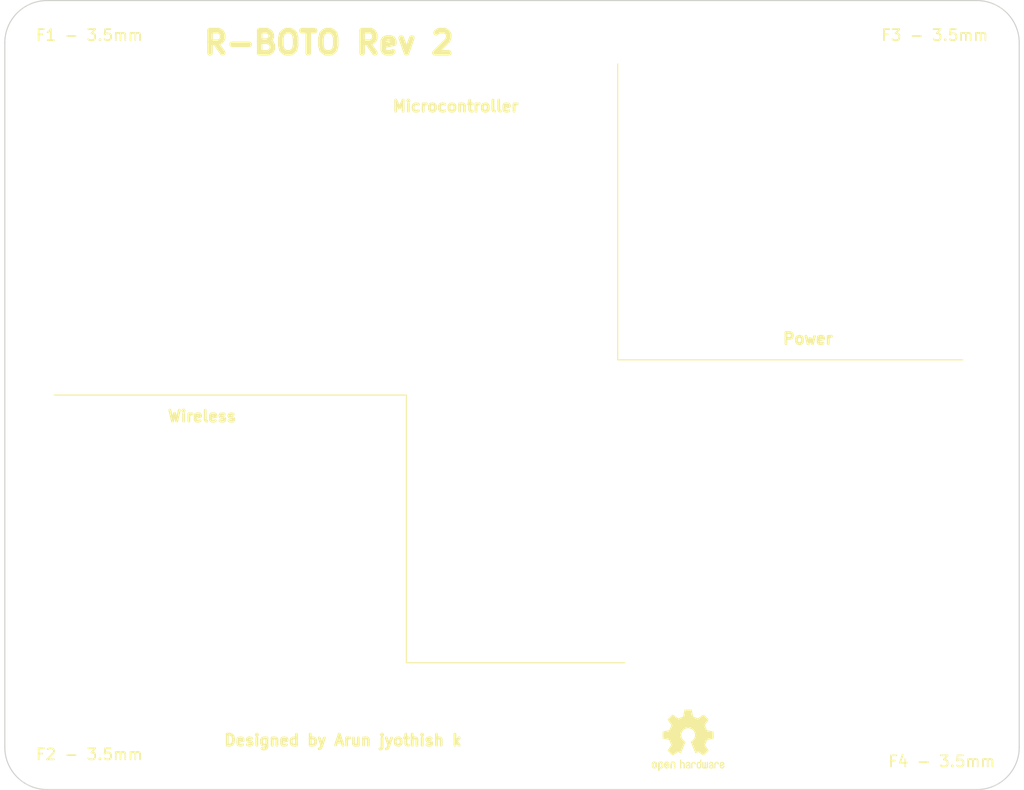
<source format=kicad_pcb>
(kicad_pcb (version 20211014) (generator pcbnew)
  (layers (0 "F.Cu" signal) (31 "B.Cu" signal) (34 "B.Paste" user) (35 "F.Paste" user) (36 "B.SilkS" user "B.Silkscreen") (37 "F.SilkS" user "F.Silkscreen") (38 "B.Mask" user) (39 "F.Mask" user) (44 "Edge.Cuts" user))
  (net 0 "")
  (footprint "Symbol:OSHW-Logo2_7.3x6mm_SilkScreen" (layer "F.Cu") (at 178.435 118.745)
    (fp_text reference "REF**" hide)
    (fp_text value "OSHW-Logo2_7.3x6mm_SilkScreen" hide)
    (fp_poly (pts (xy -2.400256 1.919918) (xy -2.344799 1.947568) (xy -2.295852 1.99848) (xy -2.282371 2.017338) (xy -2.267686 2.042015) (xy -2.258158 2.068816) (xy -2.252707 2.104587) (xy -2.250253 2.156169) (xy -2.249714 2.224267) (xy -2.252148 2.317588) (xy -2.260606 2.387657) (xy -2.276826 2.439931) (xy -2.302546 2.479869) (xy -2.339503 2.512929) (xy -2.342218 2.514886) (xy -2.37864 2.534908) (xy -2.422498 2.544815) (xy -2.478276 2.547257) (xy -2.568952 2.547257) (xy -2.56899 2.635283) (xy -2.569834 2.684308) (xy -2.574976 2.713065) (xy -2.588413 2.730311) (xy -2.614142 2.744808) (xy -2.620321 2.747769) (xy -2.649236 2.761648) (xy -2.671624 2.770414) (xy -2.688271 2.771171) (xy -2.699964 2.761023) (xy -2.70749 2.737073) (xy -2.711634 2.696426) (xy -2.713185 2.636186) (xy -2.712929 2.553455) (xy -2.711651 2.445339) (xy -2.711252 2.413) (xy -2.709815 2.301524) (xy -2.708528 2.228603) (xy -2.569029 2.228603) (xy -2.568245 2.290499) (xy -2.56476 2.330997) (xy -2.556876 2.357708) (xy -2.542895 2.378244) (xy -2.533403 2.38826) (xy -2.494596 2.417567) (xy -2.460237 2.419952) (xy -2.424784 2.39575) (xy -2.423886 2.394857) (xy -2.409461 2.376153) (xy -2.400687 2.350732) (xy -2.396261 2.311584) (xy -2.394882 2.251697) (xy -2.394857 2.23843) (xy -2.398188 2.155901) (xy -2.409031 2.098691) (xy -2.42866 2.063766) (xy -2.45835 2.048094) (xy -2.475509 2.046514) (xy -2.516234 2.053926) (xy -2.544168 2.07833) (xy -2.560983 2.12298) (xy -2.56835 2.19113) (xy -2.569029 2.228603) (xy -2.708528 2.228603) (xy -2.708292 2.215245) (xy -2.706323 2.150333) (xy -2.70355 2.102958) (xy -2.699612 2.06929) (xy -2.694151 2.045498) (xy -2.686808 2.027753) (xy -2.677223 2.012224) (xy -2.673113 2.006381) (xy -2.618595 1.951185) (xy -2.549664 1.91989) (xy -2.469928 1.911165) (xy -2.400256 1.919918)) (layer "F.SilkS") (width 0.01) (fill solid))
    (fp_poly (pts (xy -1.831697 1.931239) (xy -1.774473 1.969735) (xy -1.730251 2.025335) (xy -1.703833 2.096086) (xy -1.69849 2.148162) (xy -1.699097 2.169893) (xy -1.704178 2.186531) (xy -1.718145 2.201437) (xy -1.745411 2.217973) (xy -1.790388 2.239498) (xy -1.857489 2.269374) (xy -1.857829 2.269524) (xy -1.919593 2.297813) (xy -1.970241 2.322933) (xy -2.004596 2.342179) (xy -2.017482 2.352848) (xy -2.017486 2.352934) (xy -2.006128 2.376166) (xy -1.979569 2.401774) (xy -1.949077 2.420221) (xy -1.93363 2.423886) (xy -1.891485 2.411212) (xy -1.855192 2.379471) (xy -1.837483 2.344572) (xy -1.820448 2.318845) (xy -1.787078 2.289546) (xy -1.747851 2.264235) (xy -1.713244 2.250471) (xy -1.706007 2.249714) (xy -1.697861 2.26216) (xy -1.69737 2.293972) (xy -1.703357 2.336866) (xy -1.714643 2.382558) (xy -1.73005 2.422761) (xy -1.730829 2.424322) (xy -1.777196 2.489062) (xy -1.837289 2.533097) (xy -1.905535 2.554711) (xy -1.976362 2.552185) (xy -2.044196 2.523804) (xy -2.047212 2.521808) (xy -2.100573 2.473448) (xy -2.13566 2.410352) (xy -2.155078 2.327387) (xy -2.157684 2.304078) (xy -2.162299 2.194055) (xy -2.156767 2.142748) (xy -2.017486 2.142748) (xy -2.015676 2.174753) (xy -2.005778 2.184093) (xy -1.981102 2.177105) (xy -1.942205 2.160587) (xy -1.898725 2.139881) (xy -1.897644 2.139333) (xy -1.860791 2.119949) (xy -1.846 2.107013) (xy -1.849647 2.093451) (xy -1.865005 2.075632) (xy -1.904077 2.049845) (xy -1.946154 2.04795) (xy -1.983897 2.066717) (xy -2.009966 2.102915) (xy -2.017486 2.142748) (xy -2.156767 2.142748) (xy -2.152806 2.106027) (xy -2.12845 2.036212) (xy -2.094544 1.987302) (xy -2.033347 1.937878) (xy -1.965937 1.913359) (xy -1.89712 1.911797) (xy -1.831697 1.931239)) (layer "F.SilkS") (width 0.01) (fill solid))
    (fp_poly (pts (xy 0.039744 1.950968) (xy 0.096616 1.972087) (xy 0.097267 1.972493) (xy 0.13244 1.99838) (xy 0.158407 2.028633) (xy 0.17667 2.068058) (xy 0.188732 2.121462) (xy 0.196096 2.193651) (xy 0.200264 2.289432) (xy 0.200629 2.303078) (xy 0.205876 2.508842) (xy 0.161716 2.531678) (xy 0.129763 2.54711) (xy 0.11047 2.554423) (xy 0.109578 2.554514) (xy 0.106239 2.541022) (xy 0.103587 2.504626) (xy 0.101956 2.451452) (xy 0.1016 2.408393) (xy 0.101592 2.338641) (xy 0.098403 2.294837) (xy 0.087288 2.273944) (xy 0.063501 2.272925) (xy 0.022296 2.288741) (xy -0.039914 2.317815) (xy -0.085659 2.341963) (xy -0.109187 2.362913) (xy -0.116104 2.385747) (xy -0.116114 2.386877) (xy -0.104701 2.426212) (xy -0.070908 2.447462) (xy -0.019191 2.450539) (xy 0.018061 2.450006) (xy 0.037703 2.460735) (xy 0.049952 2.486505) (xy 0.057002 2.519337) (xy 0.046842 2.537966) (xy 0.043017 2.540632) (xy 0.007001 2.55134) (xy -0.043434 2.552856) (xy -0.095374 2.545759) (xy -0.132178 2.532788) (xy -0.183062 2.489585) (xy -0.211986 2.429446) (xy -0.217714 2.382462) (xy -0.213343 2.340082) (xy -0.197525 2.305488) (xy -0.166203 2.274763) (xy -0.115322 2.24399) (xy -0.040824 2.209252) (xy -0.036286 2.207288) (xy 0.030821 2.176287) (xy 0.072232 2.150862) (xy 0.089981 2.128014) (xy 0.086107 2.104745) (xy 0.062643 2.078056) (xy 0.055627 2.071914) (xy 0.00863 2.0481) (xy -0.040067 2.049103) (xy -0.082478 2.072451) (xy -0.110616 2.115675) (xy -0.113231 2.12416) (xy -0.138692 2.165308) (xy -0.170999 2.185128) (xy -0.217714 2.20477) (xy -0.217714 2.15395) (xy -0.203504 2.080082) (xy -0.161325 2.012327) (xy -0.139376 1.989661) (xy -0.089483 1.960569) (xy -0.026033 1.9474) (xy 0.039744 1.950968)) (layer "F.SilkS") (width 0.01) (fill solid))
    (fp_poly (pts (xy 1.779833 1.958663) (xy 1.782048 1.99685) (xy 1.783784 2.054886) (xy 1.784899 2.12818) (xy 1.785257 2.205055) (xy 1.785257 2.465196) (xy 1.739326 2.511127) (xy 1.707675 2.539429) (xy 1.67989 2.550893) (xy 1.641915 2.550168) (xy 1.62684 2.548321) (xy 1.579726 2.542948) (xy 1.540756 2.539869) (xy 1.531257 2.539585) (xy 1.499233 2.541445) (xy 1.453432 2.546114) (xy 1.435674 2.548321) (xy 1.392057 2.551735) (xy 1.362745 2.54432) (xy 1.33368 2.521427) (xy 1.323188 2.511127) (xy 1.277257 2.465196) (xy 1.277257 1.978602) (xy 1.314226 1.961758) (xy 1.346059 1.949282) (xy 1.364683 1.944914) (xy 1.369458 1.958718) (xy 1.373921 1.997286) (xy 1.377775 2.056356) (xy 1.380722 2.131663) (xy 1.382143 2.195286) (xy 1.386114 2.445657) (xy 1.420759 2.450556) (xy 1.452268 2.447131) (xy 1.467708 2.436041) (xy 1.472023 2.415308) (xy 1.475708 2.371145) (xy 1.478469 2.309146) (xy 1.480012 2.234909) (xy 1.480235 2.196706) (xy 1.480457 1.976783) (xy 1.526166 1.960849) (xy 1.558518 1.950015) (xy 1.576115 1.944962) (xy 1.576623 1.944914) (xy 1.578388 1.958648) (xy 1.580329 1.99673) (xy 1.582282 2.054482) (xy 1.584084 2.127227) (xy 1.585343 2.195286) (xy 1.589314 2.445657) (xy 1.6764 2.445657) (xy 1.680396 2.21724) (xy 1.684392 1.988822) (xy 1.726847 1.966868) (xy 1.758192 1.951793) (xy 1.776744 1.944951) (xy 1.777279 1.944914) (xy 1.779833 1.958663)) (layer "F.SilkS") (width 0.01) (fill solid))
    (fp_poly (pts (xy 3.153595 1.966966) (xy 3.211021 2.004497) (xy 3.238719 2.038096) (xy 3.260662 2.099064) (xy 3.262405 2.147308) (xy 3.258457 2.211816) (xy 3.109686 2.276934) (xy 3.037349 2.310202) (xy 2.990084 2.336964) (xy 2.965507 2.360144) (xy 2.961237 2.382667) (xy 2.974889 2.407455) (xy 2.989943 2.423886) (xy 3.033746 2.450235) (xy 3.081389 2.452081) (xy 3.125145 2.431546) (xy 3.157289 2.390752) (xy 3.163038 2.376347) (xy 3.190576 2.331356) (xy 3.222258 2.312182) (xy 3.265714 2.295779) (xy 3.265714 2.357966) (xy 3.261872 2.400283) (xy 3.246823 2.435969) (xy 3.21528 2.476943) (xy 3.210592 2.482267) (xy 3.175506 2.51872) (xy 3.145347 2.538283) (xy 3.107615 2.547283) (xy 3.076335 2.55023) (xy 3.020385 2.550965) (xy 2.980555 2.54166) (xy 2.955708 2.527846) (xy 2.916656 2.497467) (xy 2.889625 2.464613) (xy 2.872517 2.423294) (xy 2.863238 2.367521) (xy 2.859693 2.291305) (xy 2.85941 2.252622) (xy 2.860372 2.206247) (xy 2.948007 2.206247) (xy 2.949023 2.231126) (xy 2.951556 2.2352) (xy 2.968274 2.229665) (xy 3.004249 2.215017) (xy 3.052331 2.19419) (xy 3.062386 2.189714) (xy 3.123152 2.158814) (xy 3.156632 2.131657) (xy 3.16399 2.10622) (xy 3.146391 2.080481) (xy 3.131856 2.069109) (xy 3.07941 2.046364) (xy 3.030322 2.050122) (xy 2.989227 2.077884) (xy 2.960758 2.127152) (xy 2.951631 2.166257) (xy 2.948007 2.206247) (xy 2.860372 2.206247) (xy 2.861285 2.162249) (xy 2.868196 2.095384) (xy 2.881884 2.046695) (xy 2.904096 2.010849) (xy 2.936574 1.982513) (xy 2.950733 1.973355) (xy 3.015053 1.949507) (xy 3.085473 1.948006) (xy 3.153595 1.966966)) (layer "F.SilkS") (width 0.01) (fill solid))
    (fp_poly (pts (xy -0.624114 1.851289) (xy -0.619861 1.910613) (xy -0.614975 1.945572) (xy -0.608205 1.96082) (xy -0.598298 1.961015) (xy -0.595086 1.959195) (xy -0.552356 1.946015) (xy -0.496773 1.946785) (xy -0.440263 1.960333) (xy -0.404918 1.977861) (xy -0.368679 2.005861) (xy -0.342187 2.037549) (xy -0.324001 2.077813) (xy -0.312678 2.131543) (xy -0.306778 2.203626) (xy -0.304857 2.298951) (xy -0.304823 2.317237) (xy -0.3048 2.522646) (xy -0.350509 2.53858) (xy -0.382973 2.54942) (xy -0.400785 2.554468) (xy -0.401309 2.554514) (xy -0.403063 2.540828) (xy -0.404556 2.503076) (xy -0.405674 2.446224) (xy -0.406303 2.375234) (xy -0.4064 2.332073) (xy -0.406602 2.246973) (xy -0.407642 2.185981) (xy -0.410169 2.144177) (xy -0.414836 2.116642) (xy -0.422293 2.098456) (xy -0.433189 2.084698) (xy -0.439993 2.078073) (xy -0.486728 2.051375) (xy -0.537728 2.049375) (xy -0.583999 2.071955) (xy -0.592556 2.080107) (xy -0.605107 2.095436) (xy -0.613812 2.113618) (xy -0.619369 2.139909) (xy -0.622474 2.179562) (xy -0.623824 2.237832) (xy -0.624114 2.318173) (xy -0.624114 2.522646) (xy -0.669823 2.53858) (xy -0.702287 2.54942) (xy -0.720099 2.554468) (xy -0.720623 2.554514) (xy -0.721963 2.540623) (xy -0.723172 2.501439) (xy -0.724199 2.4407) (xy -0.724998 2.362141) (xy -0.725519 2.269498) (xy -0.725714 2.166509) (xy -0.725714 1.769342) (xy -0.678543 1.749444) (xy -0.631371 1.729547) (xy -0.624114 1.851289)) (layer "F.SilkS") (width 0.01) (fill solid))
    (fp_poly (pts (xy 2.144876 1.956335) (xy 2.186667 1.975344) (xy 2.219469 1.998378) (xy 2.243503 2.024133) (xy 2.260097 2.057358) (xy 2.270577 2.1028) (xy 2.276271 2.165207) (xy 2.278507 2.249327) (xy 2.278743 2.304721) (xy 2.278743 2.520826) (xy 2.241774 2.53767) (xy 2.212656 2.549981) (xy 2.198231 2.554514) (xy 2.195472 2.541025) (xy 2.193282 2.504653) (xy 2.191942 2.451542) (xy 2.191657 2.409372) (xy 2.190434 2.348447) (xy 2.187136 2.300115) (xy 2.182321 2.270518) (xy 2.178496 2.264229) (xy 2.152783 2.270652) (xy 2.112418 2.287125) (xy 2.065679 2.309458) (xy 2.020845 2.333457) (xy 1.986193 2.35493) (xy 1.970002 2.369685) (xy 1.969938 2.369845) (xy 1.97133 2.397152) (xy 1.983818 2.423219) (xy 2.005743 2.444392) (xy 2.037743 2.451474) (xy 2.065092 2.450649) (xy 2.103826 2.450042) (xy 2.124158 2.459116) (xy 2.136369 2.483092) (xy 2.137909 2.487613) (xy 2.143203 2.521806) (xy 2.129047 2.542568) (xy 2.092148 2.552462) (xy 2.052289 2.554292) (xy 1.980562 2.540727) (xy 1.943432 2.521355) (xy 1.897576 2.475845) (xy 1.873256 2.419983) (xy 1.871073 2.360957) (xy 1.891629 2.305953) (xy 1.922549 2.271486) (xy 1.95342 2.252189) (xy 2.001942 2.227759) (xy 2.058485 2.202985) (xy 2.06791 2.199199) (xy 2.130019 2.171791) (xy 2.165822 2.147634) (xy 2.177337 2.123619) (xy 2.16658 2.096635) (xy 2.148114 2.075543) (xy 2.104469 2.049572) (xy 2.056446 2.047624) (xy 2.012406 2.067637) (xy 1.980709 2.107551) (xy 1.976549 2.117848) (xy 1.952327 2.155724) (xy 1.916965 2.183842) (xy 1.872343 2.206917) (xy 1.872343 2.141485) (xy 1.874969 2.101506) (xy 1.88623 2.069997) (xy 1.911199 2.036378) (xy 1.935169 2.010484) (xy 1.972441 1.973817) (xy 2.001401 1.954121) (xy 2.032505 1.94622) (xy 2.067713 1.944914) (xy 2.144876 1.956335)) (layer "F.SilkS") (width 0.01) (fill solid))
    (fp_poly (pts (xy -1.283907 1.92778) (xy -1.237328 1.954723) (xy -1.204943 1.981466) (xy -1.181258 2.009484) (xy -1.164941 2.043748) (xy -1.154661 2.089227) (xy -1.149086 2.150892) (xy -1.146884 2.233711) (xy -1.146629 2.293246) (xy -1.146629 2.512391) (xy -1.208314 2.540044) (xy -1.27 2.567697) (xy -1.277257 2.32767) (xy -1.280256 2.238028) (xy -1.283402 2.172962) (xy -1.287299 2.128026) (xy -1.292553 2.09877) (xy -1.299769 2.080748) (xy -1.30955 2.069511) (xy -1.312688 2.067079) (xy -1.360239 2.048083) (xy -1.408303 2.0556) (xy -1.436914 2.075543) (xy -1.448553 2.089675) (xy -1.456609 2.10822) (xy -1.461729 2.136334) (xy -1.464559 2.179173) (xy -1.465744 2.241895) (xy -1.465943 2.307261) (xy -1.465982 2.389268) (xy -1.467386 2.447316) (xy -1.472086 2.486465) (xy -1.482013 2.51178) (xy -1.499097 2.528323) (xy -1.525268 2.541156) (xy -1.560225 2.554491) (xy -1.598404 2.569007) (xy -1.593859 2.311389) (xy -1.592029 2.218519) (xy -1.589888 2.149889) (xy -1.586819 2.100711) (xy -1.582206 2.066198) (xy -1.575432 2.041562) (xy -1.565881 2.022016) (xy -1.554366 2.00477) (xy -1.49881 1.94968) (xy -1.43102 1.917822) (xy -1.357287 1.910191) (xy -1.283907 1.92778)) (layer "F.SilkS") (width 0.01) (fill solid))
    (fp_poly (pts (xy 1.190117 2.065358) (xy 1.189933 2.173837) (xy 1.189219 2.257287) (xy 1.187675 2.319704) (xy 1.185001 2.365085) (xy 1.180894 2.397429) (xy 1.175055 2.420733) (xy 1.167182 2.438995) (xy 1.161221 2.449418) (xy 1.111855 2.505945) (xy 1.049264 2.541377) (xy 0.980013 2.55409) (xy 0.910668 2.542463) (xy 0.869375 2.521568) (xy 0.826025 2.485422) (xy 0.796481 2.441276) (xy 0.778655 2.383462) (xy 0.770463 2.306313) (xy 0.769302 2.249714) (xy 0.769458 2.245647) (xy 0.870857 2.245647) (xy 0.871476 2.31055) (xy 0.874314 2.353514) (xy 0.88084 2.381622) (xy 0.892523 2.401953) (xy 0.906483 2.417288) (xy 0.953365 2.44689) (xy 1.003701 2.449419) (xy 1.051276 2.424705) (xy 1.054979 2.421356) (xy 1.070783 2.403935) (xy 1.080693 2.383209) (xy 1.086058 2.352362) (xy 1.088228 2.304577) (xy 1.088571 2.251748) (xy 1.087827 2.185381) (xy 1.084748 2.141106) (xy 1.078061 2.112009) (xy 1.066496 2.091173) (xy 1.057013 2.080107) (xy 1.01296 2.052198) (xy 0.962224 2.048843) (xy 0.913796 2.070159) (xy 0.90445 2.078073) (xy 0.88854 2.095647) (xy 0.87861 2.116587) (xy 0.873278 2.147782) (xy 0.871163 2.196122) (xy 0.870857 2.245647) (xy 0.769458 2.245647) (xy 0.77281 2.158568) (xy 0.784726 2.090086) (xy 0.807135 2.0386) (xy 0.842124 1.998443) (xy 0.869375 1.977861) (xy 0.918907 1.955625) (xy 0.976316 1.945304) (xy 1.029682 1.948067) (xy 1.059543 1.959212) (xy 1.071261 1.962383) (xy 1.079037 1.950557) (xy 1.084465 1.918866) (xy 1.088571 1.870593) (xy 1.093067 1.816829) (xy 1.099313 1.784482) (xy 1.110676 1.765985) (xy 1.130528 1.75377) (xy 1.143 1.748362) (xy 1.190171 1.728601) (xy 1.190117 2.065358)) (layer "F.SilkS") (width 0.01) (fill solid))
    (fp_poly (pts (xy 2.6526 1.958752) (xy 2.669948 1.966334) (xy 2.711356 1.999128) (xy 2.746765 2.046547) (xy 2.768664 2.097151) (xy 2.772229 2.122098) (xy 2.760279 2.156927) (xy 2.734067 2.175357) (xy 2.705964 2.186516) (xy 2.693095 2.188572) (xy 2.686829 2.173649) (xy 2.674456 2.141175) (xy 2.669028 2.126502) (xy 2.63859 2.075744) (xy 2.59452 2.050427) (xy 2.53801 2.051206) (xy 2.533825 2.052203) (xy 2.503655 2.066507) (xy 2.481476 2.094393) (xy 2.466327 2.139287) (xy 2.45725 2.204615) (xy 2.453286 2.293804) (xy 2.452914 2.341261) (xy 2.45273 2.416071) (xy 2.451522 2.467069) (xy 2.448309 2.499471) (xy 2.442109 2.518495) (xy 2.43194 2.529356) (xy 2.416819 2.537272) (xy 2.415946 2.53767) (xy 2.386828 2.549981) (xy 2.372403 2.554514) (xy 2.370186 2.540809) (xy 2.368289 2.502925) (xy 2.366847 2.445715) (xy 2.365998 2.374027) (xy 2.365829 2.321565) (xy 2.366692 2.220047) (xy 2.37007 2.143032) (xy 2.377142 2.086023) (xy 2.389088 2.044526) (xy 2.40709 2.014043) (xy 2.432327 1.99008) (xy 2.457247 1.973355) (xy 2.517171 1.951097) (xy 2.586911 1.946076) (xy 2.6526 1.958752)) (layer "F.SilkS") (width 0.01) (fill solid))
    (fp_poly (pts (xy -2.958885 1.921962) (xy -2.890855 1.957733) (xy -2.840649 2.015301) (xy -2.822815 2.052312) (xy -2.808937 2.107882) (xy -2.801833 2.178096) (xy -2.80116 2.254727) (xy -2.806573 2.329552) (xy -2.81773 2.394342) (xy -2.834286 2.440873) (xy -2.839374 2.448887) (xy -2.899645 2.508707) (xy -2.971231 2.544535) (xy -3.048908 2.55502) (xy -3.127452 2.53881) (xy -3.149311 2.529092) (xy -3.191878 2.499143) (xy -3.229237 2.459433) (xy -3.232768 2.454397) (xy -3.247119 2.430124) (xy -3.256606 2.404178) (xy -3.26221 2.370022) (xy -3.264914 2.321119) (xy -3.265701 2.250935) (xy -3.265714 2.2352) (xy -3.265678 2.230192) (xy -3.120571 2.230192) (xy -3.119727 2.29643) (xy -3.116404 2.340386) (xy -3.109417 2.368779) (xy -3.097584 2.388325) (xy -3.091543 2.394857) (xy -3.056814 2.41968) (xy -3.023097 2.418548) (xy -2.989005 2.397016) (xy -2.968671 2.374029) (xy -2.956629 2.340478) (xy -2.949866 2.287569) (xy -2.949402 2.281399) (xy -2.948248 2.185513) (xy -2.960312 2.114299) (xy -2.98543 2.068194) (xy -3.02344 2.047635) (xy -3.037008 2.046514) (xy -3.072636 2.052152) (xy -3.097006 2.071686) (xy -3.111907 2.109042) (xy -3.119125 2.16815) (xy -3.120571 2.230192) (xy -3.265678 2.230192) (xy -3.265174 2.160413) (xy -3.262904 2.108159) (xy -3.257932 2.071949) (xy -3.249287 2.045299) (xy -3.235995 2.021722) (xy -3.233057 2.017338) (xy -3.183687 1.958249) (xy -3.129891 1.923947) (xy -3.064398 1.910331) (xy -3.042158 1.909665) (xy -2.958885 1.921962)) (layer "F.SilkS") (width 0.01) (fill solid))
    (fp_poly (pts (xy 0.529926 1.949755) (xy 0.595858 1.974084) (xy 0.649273 2.017117) (xy 0.670164 2.047409) (xy 0.692939 2.102994) (xy 0.692466 2.143186) (xy 0.668562 2.170217) (xy 0.659717 2.174813) (xy 0.62153 2.189144) (xy 0.602028 2.185472) (xy 0.595422 2.161407) (xy 0.595086 2.148114) (xy 0.582992 2.09921) (xy 0.551471 2.064999) (xy 0.507659 2.048476) (xy 0.458695 2.052634) (xy 0.418894 2.074227) (xy 0.40545 2.086544) (xy 0.395921 2.101487) (xy 0.389485 2.124075) (xy 0.385317 2.159328) (xy 0.382597 2.212266) (xy 0.380502 2.287907) (xy 0.37996 2.311857) (xy 0.377981 2.39379) (xy 0.375731 2.451455) (xy 0.372357 2.489608) (xy 0.367006 2.513004) (xy 0.358824 2.526398) (xy 0.346959 2.534545) (xy 0.339362 2.538144) (xy 0.307102 2.550452) (xy 0.288111 2.554514) (xy 0.281836 2.540948) (xy 0.278006 2.499934) (xy 0.2766 2.430999) (xy 0.277598 2.333669) (xy 0.277908 2.318657) (xy 0.280101 2.229859) (xy 0.282693 2.165019) (xy 0.286382 2.119067) (xy 0.291864 2.086935) (xy 0.299835 2.063553) (xy 0.310993 2.043852) (xy 0.31683 2.03541) (xy 0.350296 1.998057) (xy 0.387727 1.969003) (xy 0.392309 1.966467) (xy 0.459426 1.946443) (xy 0.529926 1.949755)) (layer "F.SilkS") (width 0.01) (fill solid))
    (fp_poly (pts (xy 0.10391 -2.757652) (xy 0.182454 -2.757222) (xy 0.239298 -2.756058) (xy 0.278105 -2.753793) (xy 0.302538 -2.75006) (xy 0.316262 -2.744494) (xy 0.32294 -2.736727) (xy 0.326236 -2.726395) (xy 0.326556 -2.725057) (xy 0.331562 -2.700921) (xy 0.340829 -2.653299) (xy 0.353392 -2.587259) (xy 0.368287 -2.507872) (xy 0.384551 -2.420204) (xy 0.385119 -2.417125) (xy 0.40141 -2.331211) (xy 0.416652 -2.255304) (xy 0.429861 -2.193955) (xy 0.440054 -2.151718) (xy 0.446248 -2.133145) (xy 0.446543 -2.132816) (xy 0.464788 -2.123747) (xy 0.502405 -2.108633) (xy 0.551271 -2.090738) (xy 0.551543 -2.090642) (xy 0.613093 -2.067507) (xy 0.685657 -2.038035) (xy 0.754057 -2.008403) (xy 0.757294 -2.006938) (xy 0.868702 -1.956374) (xy 1.115399 -2.12484) (xy 1.191077 -2.176197) (xy 1.259631 -2.222111) (xy 1.317088 -2.25997) (xy 1.359476 -2.287163) (xy 1.382825 -2.301079) (xy 1.385042 -2.302111) (xy 1.40201 -2.297516) (xy 1.433701 -2.275345) (xy 1.481352 -2.234553) (xy 1.546198 -2.174095) (xy 1.612397 -2.109773) (xy 1.676214 -2.046388) (xy 1.733329 -1.988549) (xy 1.780305 -1.939825) (xy 1.813703 -1.90379) (xy 1.830085 -1.884016) (xy 1.830694 -1.882998) (xy 1.832505 -1.869428) (xy 1.825683 -1.847267) (xy 1.80854 -1.813522) (xy 1.779393 -1.7652) (xy 1.736555 -1.699308) (xy 1.679448 -1.614483) (xy 1.628766 -1.539823) (xy 1.583461 -1.47286) (xy 1.54615 -1.417484) (xy 1.519452 -1.37758) (xy 1.505985 -1.357038) (xy 1.505137 -1.355644) (xy 1.506781 -1.335962) (xy 1.519245 -1.297707) (xy 1.540048 -1.248111) (xy 1.547462 -1.232272) (xy 1.579814 -1.16171) (xy 1.614328 -1.081647) (xy 1.642365 -1.012371) (xy 1.662568 -0.960955) (xy 1.678615 -0.921881) (xy 1.687888 -0.901459) (xy 1.689041 -0.899886) (xy 1.706096 -0.897279) (xy 1.746298 -0.890137) (xy 1.804302 -0.879477) (xy 1.874763 -0.866315) (xy 1.952335 -0.851667) (xy 2.031672 -0.836551) (xy 2.107431 -0.821982) (xy 2.174264 -0.808978) (xy 2.226828 -0.798555) (xy 2.259776 -0.79173) (xy 2.267857 -0.789801) (xy 2.276205 -0.785038) (xy 2.282506 -0.774282) (xy 2.287045 -0.753902) (xy 2.290104 -0.720266) (xy 2.291967 -0.669745) (xy 2.292918 -0.598708) (xy 2.29324 -0.503524) (xy 2.293257 -0.464508) (xy 2.293257 -0.147201) (xy 2.217057 -0.132161) (xy 2.174663 -0.124005) (xy 2.1114 -0.112101) (xy 2.034962 -0.097884) (xy 1.953043 -0.08279) (xy 1.9304 -0.078645) (xy 1.854806 -0.063947) (xy 1.788953 -0.049495) (xy 1.738366 -0.036625) (xy 1.708574 -0.026678) (xy 1.703612 -0.023713) (xy 1.691426 -0.002717) (xy 1.673953 0.037967) (xy 1.654577 0.090322) (xy 1.650734 0.1016) (xy 1.625339 0.171523) (xy 1.593817 0.250418) (xy 1.562969 0.321266) (xy 1.562817 0.321595) (xy 1.511447 0.432733) (xy 1.680399 0.681253) (xy 1.849352 0.929772) (xy 1.632429 1.147058) (xy 1.566819 1.211726) (xy 1.506979 1.268733) (xy 1.456267 1.315033) (xy 1.418046 1.347584) (xy 1.395675 1.363343) (xy 1.392466 1.364343) (xy 1.373626 1.356469) (xy 1.33518 1.334578) (xy 1.28133 1.301267) (xy 1.216276 1.259131) (xy 1.14594 1.211943) (xy 1.074555 1.16381) (xy 1.010908 1.121928) (xy 0.959041 1.088871) (xy 0.922995 1.067218) (xy 0.906867 1.059543) (xy 0.887189 1.066037) (xy 0.849875 1.08315) (xy 0.802621 1.107326) (xy 0.797612 1.110013) (xy 0.733977 1.141927) (xy 0.690341 1.157579) (xy 0.663202 1.157745) (xy 0.649057 1.143204) (xy 0.648975 1.143) (xy 0.641905 1.125779) (xy 0.625042 1.084899) (xy 0.599695 1.023525) (xy 0.567171 0.944819) (xy 0.528778 0.851947) (xy 0.485822 0.748072) (xy 0.444222 0.647502) (xy 0.398504 0.536516) (xy 0.356526 0.433703) (xy 0.319548 0.342215) (xy 0.288827 0.265201) (xy 0.265622 0.205815) (xy 0.25119 0.167209) (xy 0.246743 0.1528) (xy 0.257896 0.136272) (xy 0.287069 0.10993) (xy 0.325971 0.080887) (xy 0.436757 -0.010961) (xy 0.523351 -0.116241) (xy 0.584716 -0.232734) (xy 0.619815 -0.358224) (xy 0.627608 -0.490493) (xy 0.621943 -0.551543) (xy 0.591078 -0.678205) (xy 0.53792 -0.790059) (xy 0.465767 -0.885999) (xy 0.377917 -0.964924) (xy 0.277665 -1.02573) (xy 0.16831 -1.067313) (xy 0.053147 -1.088572) (xy -0.064525 -1.088401) (xy -0.18141 -1.065699) (xy -0.294211 -1.019362) (xy -0.399631 -0.948287) (xy -0.443632 -0.908089) (xy -0.528021 -0.804871) (xy -0.586778 -0.692075) (xy -0.620296 -0.57299) (xy -0.628965 -0.450905) (xy -0.613177 -0.329107) (xy -0.573322 -0.210884) (xy -0.509793 -0.099525) (xy -0.422979 0.001684) (xy -0.325971 0.080887) (xy -0.285563 0.111162) (xy -0.257018 0.137219) (xy -0.246743 0.152825) (xy -0.252123 0.169843) (xy -0.267425 0.2105) (xy -0.291388 0.271642) (xy -0.322756 0.350119) (xy -0.360268 0.44278) (xy -0.402667 0.546472) (xy -0.444337 0.647526) (xy -0.49031 0.758607) (xy -0.532893 0.861541) (xy -0.570779 0.953165) (xy -0.60266 1.030316) (xy -0.627229 1.089831) (xy -0.64318 1.128544) (xy -0.64909 1.143) (xy -0.663052 1.157685) (xy -0.69006 1.157642) (xy -0.733587 1.142099) (xy -0.79711 1.110284) (xy -0.797612 1.110013) (xy -0.84544 1.085323) (xy -0.884103 1.067338) (xy -0.905905 1.059614) (xy -0.906867 1.059543) (xy -0.923279 1.067378) (xy -0.959513 1.089165) (xy -1.011526 1.122328) (xy -1.075275 1.164291) (xy -1.14594 1.211943) (xy -1.217884 1.260191) (xy -1.282726 1.302151) (xy -1.336265 1.335227) (xy -1.374303 1.356821) (xy -1.392467 1.364343) (xy -1.409192 1.354457) (xy -1.44282 1.326826) (xy -1.48999 1.284495) (xy -1.547342 1.230505) (xy -1.611516 1.167899) (xy -1.632503 1.146983) (xy -1.849501 0.929623) (xy -1.684332 0.68722) (xy -1.634136 0.612781) (xy -1.590081 0.545972) (xy -1.554638 0.490665) (xy -1.530281 0.450729) (xy -1.519478 0.430036) (xy -1.519162 0.428563) (xy -1.524857 0.409058) (xy -1.540174 0.369822) (xy -1.562463 0.31743) (xy -1.578107 0.282355) (xy -1.607359 0.215201) (xy -1.634906 0.147358) (xy -1.656263 0.090034) (xy -1.662065 0.072572) (xy -1.678548 0.025938) (xy -1.69466 -0.010095) (xy -1.70351 -0.023713) (xy -1.72304 -0.032048) (xy -1.765666 -0.043863) (xy -1.825855 -0.057819) (xy -1.898078 -0.072578) (xy -1.9304 -0.078645) (xy -2.012478 -0.093727) (xy -2.091205 -0.108331) (xy -2.158891 -0.12102) (xy -2.20784 -0.130358) (xy -2.217057 -0.132161) (xy -2.293257 -0.147201) (xy -2.293257 -0.464508) (xy -2.293086 -0.568846) (xy -2.292384 -0.647787) (xy -2.290866 -0.704962) (xy -2.288251 -0.744001) (xy -2.284254 -0.768535) (xy -2.278591 -0.782195) (xy -2.27098 -0.788611) (xy -2.267857 -0.789801) (xy -2.249022 -0.79402) (xy -2.207412 -0.802438) (xy -2.14837 -0.814039) (xy -2.077243 -0.827805) (xy -1.999375 -0.84272) (xy -1.920113 -0.857768) (xy -1.844802 -0.871931) (xy -1.778787 -0.884194) (xy -1.727413 -0.893539) (xy -1.696025 -0.89895) (xy -1.689041 -0.899886) (xy -1.682715 -0.912404) (xy -1.66871 -0.945754) (xy -1.649645 -0.993623) (xy -1.642366 -1.012371) (xy -1.613004 -1.084805) (xy -1.578429 -1.16483) (xy -1.547463 -1.232272) (xy -1.524677 -1.283841) (xy -1.509518 -1.326215) (xy -1.504458 -1.352166) (xy -1.505264 -1.355644) (xy -1.515959 -1.372064) (xy -1.54038 -1.408583) (xy -1.575905 -1.461313) (xy -1.619913 -1.526365) (xy -1.669783 -1.599849) (xy -1.679644 -1.614355) (xy -1.737508 -1.700296) (xy -1.780044 -1.765739) (xy -1.808946 -1.813696) (xy -1.82591 -1.84718) (xy -1.832633 -1.869205) (xy -1.83081 -1.882783) (xy -1.830764 -1.882869) (xy -1.816414 -1.900703) (xy -1.784677 -1.935183) (xy -1.73899 -1.982732) (xy -1.682796 -2.039778) (xy -1.619532 -2.102745) (xy -1.612398 -2.109773) (xy -1.53267 -2.18698) (xy -1.471143 -2.24367) (xy -1.426579 -2.28089) (xy -1.397743 -2.299685) (xy -1.385042 -2.302111) (xy -1.366506 -2.291529) (xy -1.328039 -2.267084) (xy -1.273614 -2.231388) (xy -1.207202 -2.187053) (xy -1.132775 -2.136689) (xy -1.115399 -2.12484) (xy -0.868703 -1.956374) (xy -0.757294 -2.006938) (xy -0.689543 -2.036405) (xy -0.616817 -2.066041) (xy -0.554297 -2.08967) (xy -0.551543 -2.090642) (xy -0.50264 -2.108543) (xy -0.464943 -2.12368) (xy -0.446575 -2.13279) (xy -0.446544 -2.132816) (xy -0.440715 -2.149283) (xy -0.430808 -2.189781) (xy -0.417805 -2.249758) (xy -0.402691 -2.32466) (xy -0.386448 -2.409936) (xy -0.385119 -2.417125) (xy -0.368825 -2.504986) (xy -0.353867 -2.58474) (xy -0.341209 -2.651319) (xy -0.331814 -2.699653) (xy -0.326646 -2.724675) (xy -0.326556 -2.725057) (xy -0.323411 -2.735701) (xy -0.317296 -2.743738) (xy -0.304547 -2.749533) (xy -0.2815 -2.753453) (xy -0.244491 -2.755865) (xy -0.189856 -2.757135) (xy -0.113933 -2.757629) (xy -0.013056 -2.757714) (xy 0 -2.757714) (xy 0.10391 -2.757652)) (layer "F.SilkS") (width 0.01) (fill solid))
  )
  (footprint "MountingHole:MountingHole_3.5mm" (layer "F.Cu") (at 124.46 115.57)
    (fp_text reference "F2 - 3.5mm" (at 0 4.445) (layer "F.SilkS"))
    (fp_text value "MountingHole_3.5mm")
    (pad "" np_thru_hole circle (at 0 0) (size 3.5 3.5) (drill 3.5) (layers *.Cu *.Mask))
  )
  (footprint "MountingHole:MountingHole_3.5mm" (layer "F.Cu") (at 200.66 59.69)
    (fp_text reference "F3 - 3.5mm" (at 0 -4.5) (layer "F.SilkS"))
    (fp_text value "MountingHole_3.5mm")
    (pad "" np_thru_hole circle (at 0 0) (size 3.5 3.5) (drill 3.5) (layers *.Cu *.Mask))
  )
  (footprint "MountingHole:MountingHole_3.5mm" (layer "F.Cu") (at 200.66 116.205)
    (fp_text reference "F4 - 3.5mm" (at 0.635 4.445) (layer "F.SilkS"))
    (fp_text value "MountingHole_3.5mm")
    (pad "" np_thru_hole circle (at 0 0) (size 3.5 3.5) (drill 3.5) (layers *.Cu *.Mask))
  )
  (footprint "MountingHole:MountingHole_3.5mm" (layer "F.Cu") (at 124.46 59.69)
    (fp_text reference "F1 - 3.5mm" (at 0 -4.5) (layer "F.SilkS"))
    (fp_text value "MountingHole_3.5mm")
    (pad "" np_thru_hole circle (at 0 0) (size 3.5 3.5) (drill 3.5) (layers *.Cu *.Mask))
  )
  (gr_line (start 172.085 84.455) (end 203.2 84.455) (layer "F.SilkS") (width 0.1))
  (gr_line (start 172.085 57.785) (end 172.085 84.455) (layer "F.SilkS") (width 0.1))
  (gr_line (start 121.285 87.63) (end 153.035 87.63) (layer "F.SilkS") (width 0.1))
  (gr_line (start 153.035 87.63) (end 153.035 111.76) (layer "F.SilkS") (width 0.1))
  (gr_line (start 153.035 111.76) (end 172.72 111.76) (layer "F.SilkS") (width 0.1))
  (gr_arc (start 120.65 123.19) (mid 117.955923 122.074077) (end 116.84 119.38) (layer "Edge.Cuts") (width 0.1))
  (gr_arc (start 204.47 52.07) (mid 207.164077 53.185923) (end 208.28 55.88) (layer "Edge.Cuts") (width 0.1))
  (gr_arc (start 208.28 119.38) (mid 207.164077 122.074077) (end 204.47 123.19) (layer "Edge.Cuts") (width 0.1))
  (gr_line (start 120.65 52.07) (end 204.47 52.07) (layer "Edge.Cuts") (width 0.1))
  (gr_arc (start 116.84 55.88) (mid 117.955923 53.185923) (end 120.65 52.07) (layer "Edge.Cuts") (width 0.1))
  (gr_line (start 208.28 55.88) (end 208.28 119.38) (layer "Edge.Cuts") (width 0.1))
  (gr_line (start 120.65 123.19) (end 204.47 123.19) (layer "Edge.Cuts") (width 0.1))
  (gr_line (start 116.84 55.88) (end 116.84 119.38) (layer "Edge.Cuts") (width 0.1))
  (gr_text "Power\n" (at 189.23 82.55) (layer "F.SilkS") (effects (font (size 1 1) (thickness 0.25))))
  (gr_text "Wireless\n" (at 134.62 89.535) (layer "F.SilkS") (effects (font (size 1 1) (thickness 0.25))))
  (gr_text "R-BOTO Rev 2" (at 146.05 55.88) (layer "F.SilkS") (effects (font (size 2 2) (thickness 0.5))))
  (gr_text "Designed by Arun jyothish k" (at 147.32 118.745) (layer "F.SilkS") (effects (font (size 1 1) (thickness 0.25))))
  (gr_text "Microcontroller" (at 157.48 61.595) (layer "F.SilkS") (effects (font (size 1 1) (thickness 0.25))))
)
</source>
